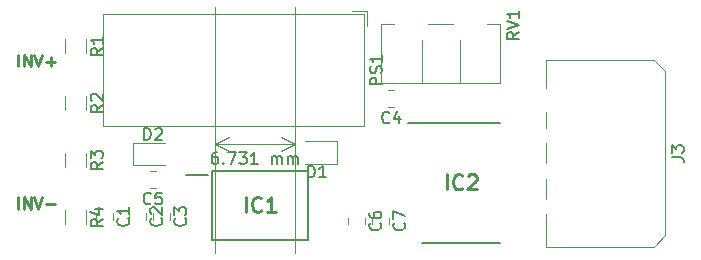
<source format=gbr>
G04 #@! TF.GenerationSoftware,KiCad,Pcbnew,(5.1.5)-3*
G04 #@! TF.CreationDate,2020-07-17T00:05:11-04:00*
G04 #@! TF.ProjectId,Power Transducer,506f7765-7220-4547-9261-6e7364756365,rev?*
G04 #@! TF.SameCoordinates,Original*
G04 #@! TF.FileFunction,Legend,Top*
G04 #@! TF.FilePolarity,Positive*
%FSLAX46Y46*%
G04 Gerber Fmt 4.6, Leading zero omitted, Abs format (unit mm)*
G04 Created by KiCad (PCBNEW (5.1.5)-3) date 2020-07-17 00:05:11*
%MOMM*%
%LPD*%
G04 APERTURE LIST*
%ADD10C,0.250000*%
%ADD11C,0.150000*%
%ADD12C,0.120000*%
%ADD13C,0.200000*%
%ADD14C,0.254000*%
G04 APERTURE END LIST*
D10*
X93424571Y-86685380D02*
X93424571Y-85685380D01*
X93900761Y-86685380D02*
X93900761Y-85685380D01*
X94472190Y-86685380D01*
X94472190Y-85685380D01*
X94805523Y-85685380D02*
X95138857Y-86685380D01*
X95472190Y-85685380D01*
X95805523Y-86304428D02*
X96567428Y-86304428D01*
X93424571Y-74620380D02*
X93424571Y-73620380D01*
X93900761Y-74620380D02*
X93900761Y-73620380D01*
X94472190Y-74620380D01*
X94472190Y-73620380D01*
X94805523Y-73620380D02*
X95138857Y-74620380D01*
X95472190Y-73620380D01*
X95805523Y-74239428D02*
X96567428Y-74239428D01*
X96186476Y-74620380D02*
X96186476Y-73858476D01*
D11*
X110284023Y-81875379D02*
X110093547Y-81875379D01*
X109998309Y-81922999D01*
X109950690Y-81970618D01*
X109855452Y-82113475D01*
X109807833Y-82303951D01*
X109807833Y-82684903D01*
X109855452Y-82780141D01*
X109903071Y-82827760D01*
X109998309Y-82875379D01*
X110188785Y-82875379D01*
X110284023Y-82827760D01*
X110331642Y-82780141D01*
X110379261Y-82684903D01*
X110379261Y-82446808D01*
X110331642Y-82351570D01*
X110284023Y-82303951D01*
X110188785Y-82256332D01*
X109998309Y-82256332D01*
X109903071Y-82303951D01*
X109855452Y-82351570D01*
X109807833Y-82446808D01*
X110807833Y-82780141D02*
X110855452Y-82827760D01*
X110807833Y-82875379D01*
X110760214Y-82827760D01*
X110807833Y-82780141D01*
X110807833Y-82875379D01*
X111188785Y-81875379D02*
X111855452Y-81875379D01*
X111426880Y-82875379D01*
X112141166Y-81875379D02*
X112760214Y-81875379D01*
X112426880Y-82256332D01*
X112569738Y-82256332D01*
X112664976Y-82303951D01*
X112712595Y-82351570D01*
X112760214Y-82446808D01*
X112760214Y-82684903D01*
X112712595Y-82780141D01*
X112664976Y-82827760D01*
X112569738Y-82875379D01*
X112284023Y-82875379D01*
X112188785Y-82827760D01*
X112141166Y-82780141D01*
X113712595Y-82875379D02*
X113141166Y-82875379D01*
X113426880Y-82875379D02*
X113426880Y-81875379D01*
X113331642Y-82018237D01*
X113236404Y-82113475D01*
X113141166Y-82161094D01*
X114903071Y-82875379D02*
X114903071Y-82208713D01*
X114903071Y-82303951D02*
X114950690Y-82256332D01*
X115045928Y-82208713D01*
X115188785Y-82208713D01*
X115284023Y-82256332D01*
X115331642Y-82351570D01*
X115331642Y-82875379D01*
X115331642Y-82351570D02*
X115379261Y-82256332D01*
X115474500Y-82208713D01*
X115617357Y-82208713D01*
X115712595Y-82256332D01*
X115760214Y-82351570D01*
X115760214Y-82875379D01*
X116236404Y-82875379D02*
X116236404Y-82208713D01*
X116236404Y-82303951D02*
X116284023Y-82256332D01*
X116379261Y-82208713D01*
X116522119Y-82208713D01*
X116617357Y-82256332D01*
X116664976Y-82351570D01*
X116664976Y-82875379D01*
X116664976Y-82351570D02*
X116712595Y-82256332D01*
X116807833Y-82208713D01*
X116950690Y-82208713D01*
X117045928Y-82256332D01*
X117093547Y-82351570D01*
X117093547Y-82875379D01*
D12*
X110109000Y-81152999D02*
X116840000Y-81152999D01*
X110109000Y-81026000D02*
X110109000Y-81739420D01*
X116840000Y-81026000D02*
X116840000Y-81739420D01*
X116840000Y-81152999D02*
X115713496Y-81739420D01*
X116840000Y-81152999D02*
X115713496Y-80566578D01*
X110109000Y-81152999D02*
X111235504Y-81739420D01*
X110109000Y-81152999D02*
X111235504Y-80566578D01*
X110109000Y-90424000D02*
X110109000Y-69596000D01*
X116840000Y-69596000D02*
X116840000Y-90424000D01*
X130819000Y-76040000D02*
X127579000Y-76040000D01*
X130273000Y-70999000D02*
X128124000Y-70999000D01*
X127579000Y-72357000D02*
X127579000Y-76040000D01*
X130819000Y-72357000D02*
X130819000Y-76040000D01*
X130273000Y-70999000D02*
X128124000Y-70999000D01*
X134220000Y-70999000D02*
X133125000Y-70999000D01*
X125274000Y-70999000D02*
X124179000Y-70999000D01*
X134220000Y-76040000D02*
X124179000Y-76040000D01*
X124179000Y-70999000D02*
X124179000Y-76040000D01*
X134220000Y-70999000D02*
X134220000Y-76040000D01*
X101421000Y-87068922D02*
X101421000Y-87586078D01*
X100001000Y-87068922D02*
X100001000Y-87586078D01*
X102795000Y-87068922D02*
X102795000Y-87586078D01*
X104215000Y-87068922D02*
X104215000Y-87586078D01*
X106247000Y-87068922D02*
X106247000Y-87586078D01*
X104827000Y-87068922D02*
X104827000Y-87586078D01*
X125275078Y-78053000D02*
X124757922Y-78053000D01*
X125275078Y-76633000D02*
X124757922Y-76633000D01*
X105082078Y-83491000D02*
X104564922Y-83491000D01*
X105082078Y-84911000D02*
X104564922Y-84911000D01*
X121337000Y-87449922D02*
X121337000Y-87967078D01*
X122757000Y-87449922D02*
X122757000Y-87967078D01*
X124789000Y-87449922D02*
X124789000Y-87967078D01*
X123369000Y-87449922D02*
X123369000Y-87967078D01*
X117696500Y-82875000D02*
X120381500Y-82875000D01*
X120381500Y-82875000D02*
X120381500Y-80955000D01*
X120381500Y-80955000D02*
X117696500Y-80955000D01*
X103138500Y-83002000D02*
X105823500Y-83002000D01*
X103138500Y-81082000D02*
X103138500Y-83002000D01*
X105823500Y-81082000D02*
X103138500Y-81082000D01*
D13*
X109869000Y-83435000D02*
X117969000Y-83435000D01*
X117969000Y-83435000D02*
X117969000Y-89285000D01*
X117969000Y-89285000D02*
X109869000Y-89285000D01*
X109869000Y-89285000D02*
X109869000Y-83435000D01*
X107669000Y-83780000D02*
X109519000Y-83780000D01*
X126402000Y-79375000D02*
X134237000Y-79375000D01*
X127637000Y-89535000D02*
X134237000Y-89535000D01*
D12*
X138102000Y-74035000D02*
X147222000Y-74035000D01*
X147222000Y-74035000D02*
X148222000Y-75035000D01*
X148222000Y-75035000D02*
X148222000Y-88905000D01*
X148222000Y-88905000D02*
X147222000Y-89905000D01*
X147222000Y-89905000D02*
X138102000Y-89905000D01*
X138102000Y-74035000D02*
X138102000Y-76460000D01*
X138102000Y-89905000D02*
X138102000Y-87121767D01*
X138102000Y-78480000D02*
X138102000Y-79818233D01*
X138102000Y-81121767D02*
X138102000Y-82818233D01*
X138102000Y-84121767D02*
X138102000Y-85818233D01*
X122668000Y-70217000D02*
X100598000Y-70217000D01*
X100598000Y-70217000D02*
X100598000Y-79637000D01*
X100598000Y-79637000D02*
X122668000Y-79637000D01*
X122668000Y-79637000D02*
X122668000Y-70217000D01*
X122968000Y-71167000D02*
X122968000Y-69917000D01*
X122968000Y-69917000D02*
X121718000Y-69917000D01*
X99208000Y-72292936D02*
X99208000Y-73497064D01*
X97388000Y-72292936D02*
X97388000Y-73497064D01*
X97388000Y-77118936D02*
X97388000Y-78323064D01*
X99208000Y-77118936D02*
X99208000Y-78323064D01*
X99208000Y-81944936D02*
X99208000Y-83149064D01*
X97388000Y-81944936D02*
X97388000Y-83149064D01*
X97388000Y-86770936D02*
X97388000Y-87975064D01*
X99208000Y-86770936D02*
X99208000Y-87975064D01*
D11*
X135801380Y-71715238D02*
X135325190Y-72048571D01*
X135801380Y-72286666D02*
X134801380Y-72286666D01*
X134801380Y-71905714D01*
X134849000Y-71810476D01*
X134896619Y-71762857D01*
X134991857Y-71715238D01*
X135134714Y-71715238D01*
X135229952Y-71762857D01*
X135277571Y-71810476D01*
X135325190Y-71905714D01*
X135325190Y-72286666D01*
X134801380Y-71429523D02*
X135801380Y-71096190D01*
X134801380Y-70762857D01*
X135801380Y-69905714D02*
X135801380Y-70477142D01*
X135801380Y-70191428D02*
X134801380Y-70191428D01*
X134944238Y-70286666D01*
X135039476Y-70381904D01*
X135087095Y-70477142D01*
X102718142Y-87494166D02*
X102765761Y-87541785D01*
X102813380Y-87684642D01*
X102813380Y-87779880D01*
X102765761Y-87922738D01*
X102670523Y-88017976D01*
X102575285Y-88065595D01*
X102384809Y-88113214D01*
X102241952Y-88113214D01*
X102051476Y-88065595D01*
X101956238Y-88017976D01*
X101861000Y-87922738D01*
X101813380Y-87779880D01*
X101813380Y-87684642D01*
X101861000Y-87541785D01*
X101908619Y-87494166D01*
X102813380Y-86541785D02*
X102813380Y-87113214D01*
X102813380Y-86827500D02*
X101813380Y-86827500D01*
X101956238Y-86922738D01*
X102051476Y-87017976D01*
X102099095Y-87113214D01*
X105512142Y-87494166D02*
X105559761Y-87541785D01*
X105607380Y-87684642D01*
X105607380Y-87779880D01*
X105559761Y-87922738D01*
X105464523Y-88017976D01*
X105369285Y-88065595D01*
X105178809Y-88113214D01*
X105035952Y-88113214D01*
X104845476Y-88065595D01*
X104750238Y-88017976D01*
X104655000Y-87922738D01*
X104607380Y-87779880D01*
X104607380Y-87684642D01*
X104655000Y-87541785D01*
X104702619Y-87494166D01*
X104702619Y-87113214D02*
X104655000Y-87065595D01*
X104607380Y-86970357D01*
X104607380Y-86732261D01*
X104655000Y-86637023D01*
X104702619Y-86589404D01*
X104797857Y-86541785D01*
X104893095Y-86541785D01*
X105035952Y-86589404D01*
X105607380Y-87160833D01*
X105607380Y-86541785D01*
X107544142Y-87494166D02*
X107591761Y-87541785D01*
X107639380Y-87684642D01*
X107639380Y-87779880D01*
X107591761Y-87922738D01*
X107496523Y-88017976D01*
X107401285Y-88065595D01*
X107210809Y-88113214D01*
X107067952Y-88113214D01*
X106877476Y-88065595D01*
X106782238Y-88017976D01*
X106687000Y-87922738D01*
X106639380Y-87779880D01*
X106639380Y-87684642D01*
X106687000Y-87541785D01*
X106734619Y-87494166D01*
X106639380Y-87160833D02*
X106639380Y-86541785D01*
X107020333Y-86875119D01*
X107020333Y-86732261D01*
X107067952Y-86637023D01*
X107115571Y-86589404D01*
X107210809Y-86541785D01*
X107448904Y-86541785D01*
X107544142Y-86589404D01*
X107591761Y-86637023D01*
X107639380Y-86732261D01*
X107639380Y-87017976D01*
X107591761Y-87113214D01*
X107544142Y-87160833D01*
X124849833Y-79350142D02*
X124802214Y-79397761D01*
X124659357Y-79445380D01*
X124564119Y-79445380D01*
X124421261Y-79397761D01*
X124326023Y-79302523D01*
X124278404Y-79207285D01*
X124230785Y-79016809D01*
X124230785Y-78873952D01*
X124278404Y-78683476D01*
X124326023Y-78588238D01*
X124421261Y-78493000D01*
X124564119Y-78445380D01*
X124659357Y-78445380D01*
X124802214Y-78493000D01*
X124849833Y-78540619D01*
X125706976Y-78778714D02*
X125706976Y-79445380D01*
X125468880Y-78397761D02*
X125230785Y-79112047D01*
X125849833Y-79112047D01*
X104656833Y-86208142D02*
X104609214Y-86255761D01*
X104466357Y-86303380D01*
X104371119Y-86303380D01*
X104228261Y-86255761D01*
X104133023Y-86160523D01*
X104085404Y-86065285D01*
X104037785Y-85874809D01*
X104037785Y-85731952D01*
X104085404Y-85541476D01*
X104133023Y-85446238D01*
X104228261Y-85351000D01*
X104371119Y-85303380D01*
X104466357Y-85303380D01*
X104609214Y-85351000D01*
X104656833Y-85398619D01*
X105561595Y-85303380D02*
X105085404Y-85303380D01*
X105037785Y-85779571D01*
X105085404Y-85731952D01*
X105180642Y-85684333D01*
X105418738Y-85684333D01*
X105513976Y-85731952D01*
X105561595Y-85779571D01*
X105609214Y-85874809D01*
X105609214Y-86112904D01*
X105561595Y-86208142D01*
X105513976Y-86255761D01*
X105418738Y-86303380D01*
X105180642Y-86303380D01*
X105085404Y-86255761D01*
X105037785Y-86208142D01*
X124054142Y-87875166D02*
X124101761Y-87922785D01*
X124149380Y-88065642D01*
X124149380Y-88160880D01*
X124101761Y-88303738D01*
X124006523Y-88398976D01*
X123911285Y-88446595D01*
X123720809Y-88494214D01*
X123577952Y-88494214D01*
X123387476Y-88446595D01*
X123292238Y-88398976D01*
X123197000Y-88303738D01*
X123149380Y-88160880D01*
X123149380Y-88065642D01*
X123197000Y-87922785D01*
X123244619Y-87875166D01*
X123149380Y-87018023D02*
X123149380Y-87208500D01*
X123197000Y-87303738D01*
X123244619Y-87351357D01*
X123387476Y-87446595D01*
X123577952Y-87494214D01*
X123958904Y-87494214D01*
X124054142Y-87446595D01*
X124101761Y-87398976D01*
X124149380Y-87303738D01*
X124149380Y-87113261D01*
X124101761Y-87018023D01*
X124054142Y-86970404D01*
X123958904Y-86922785D01*
X123720809Y-86922785D01*
X123625571Y-86970404D01*
X123577952Y-87018023D01*
X123530333Y-87113261D01*
X123530333Y-87303738D01*
X123577952Y-87398976D01*
X123625571Y-87446595D01*
X123720809Y-87494214D01*
X126086142Y-87875166D02*
X126133761Y-87922785D01*
X126181380Y-88065642D01*
X126181380Y-88160880D01*
X126133761Y-88303738D01*
X126038523Y-88398976D01*
X125943285Y-88446595D01*
X125752809Y-88494214D01*
X125609952Y-88494214D01*
X125419476Y-88446595D01*
X125324238Y-88398976D01*
X125229000Y-88303738D01*
X125181380Y-88160880D01*
X125181380Y-88065642D01*
X125229000Y-87922785D01*
X125276619Y-87875166D01*
X125181380Y-87541833D02*
X125181380Y-86875166D01*
X126181380Y-87303738D01*
X117958404Y-84017380D02*
X117958404Y-83017380D01*
X118196500Y-83017380D01*
X118339357Y-83065000D01*
X118434595Y-83160238D01*
X118482214Y-83255476D01*
X118529833Y-83445952D01*
X118529833Y-83588809D01*
X118482214Y-83779285D01*
X118434595Y-83874523D01*
X118339357Y-83969761D01*
X118196500Y-84017380D01*
X117958404Y-84017380D01*
X119482214Y-84017380D02*
X118910785Y-84017380D01*
X119196500Y-84017380D02*
X119196500Y-83017380D01*
X119101261Y-83160238D01*
X119006023Y-83255476D01*
X118910785Y-83303095D01*
X104085404Y-80844380D02*
X104085404Y-79844380D01*
X104323500Y-79844380D01*
X104466357Y-79892000D01*
X104561595Y-79987238D01*
X104609214Y-80082476D01*
X104656833Y-80272952D01*
X104656833Y-80415809D01*
X104609214Y-80606285D01*
X104561595Y-80701523D01*
X104466357Y-80796761D01*
X104323500Y-80844380D01*
X104085404Y-80844380D01*
X105037785Y-79939619D02*
X105085404Y-79892000D01*
X105180642Y-79844380D01*
X105418738Y-79844380D01*
X105513976Y-79892000D01*
X105561595Y-79939619D01*
X105609214Y-80034857D01*
X105609214Y-80130095D01*
X105561595Y-80272952D01*
X104990166Y-80844380D01*
X105609214Y-80844380D01*
D14*
X112679238Y-86934523D02*
X112679238Y-85664523D01*
X114009714Y-86813571D02*
X113949238Y-86874047D01*
X113767809Y-86934523D01*
X113646857Y-86934523D01*
X113465428Y-86874047D01*
X113344476Y-86753095D01*
X113284000Y-86632142D01*
X113223523Y-86390238D01*
X113223523Y-86208809D01*
X113284000Y-85966904D01*
X113344476Y-85845952D01*
X113465428Y-85725000D01*
X113646857Y-85664523D01*
X113767809Y-85664523D01*
X113949238Y-85725000D01*
X114009714Y-85785476D01*
X115219238Y-86934523D02*
X114493523Y-86934523D01*
X114856380Y-86934523D02*
X114856380Y-85664523D01*
X114735428Y-85845952D01*
X114614476Y-85966904D01*
X114493523Y-86027380D01*
X129697238Y-85029523D02*
X129697238Y-83759523D01*
X131027714Y-84908571D02*
X130967238Y-84969047D01*
X130785809Y-85029523D01*
X130664857Y-85029523D01*
X130483428Y-84969047D01*
X130362476Y-84848095D01*
X130302000Y-84727142D01*
X130241523Y-84485238D01*
X130241523Y-84303809D01*
X130302000Y-84061904D01*
X130362476Y-83940952D01*
X130483428Y-83820000D01*
X130664857Y-83759523D01*
X130785809Y-83759523D01*
X130967238Y-83820000D01*
X131027714Y-83880476D01*
X131511523Y-83880476D02*
X131572000Y-83820000D01*
X131692952Y-83759523D01*
X131995333Y-83759523D01*
X132116285Y-83820000D01*
X132176761Y-83880476D01*
X132237238Y-84001428D01*
X132237238Y-84122380D01*
X132176761Y-84303809D01*
X131451047Y-85029523D01*
X132237238Y-85029523D01*
D11*
X148764380Y-82303333D02*
X149478666Y-82303333D01*
X149621523Y-82350952D01*
X149716761Y-82446190D01*
X149764380Y-82589047D01*
X149764380Y-82684285D01*
X148764380Y-81922380D02*
X148764380Y-81303333D01*
X149145333Y-81636666D01*
X149145333Y-81493809D01*
X149192952Y-81398571D01*
X149240571Y-81350952D01*
X149335809Y-81303333D01*
X149573904Y-81303333D01*
X149669142Y-81350952D01*
X149716761Y-81398571D01*
X149764380Y-81493809D01*
X149764380Y-81779523D01*
X149716761Y-81874761D01*
X149669142Y-81922380D01*
X124215380Y-76141285D02*
X123215380Y-76141285D01*
X123215380Y-75760333D01*
X123263000Y-75665095D01*
X123310619Y-75617476D01*
X123405857Y-75569857D01*
X123548714Y-75569857D01*
X123643952Y-75617476D01*
X123691571Y-75665095D01*
X123739190Y-75760333D01*
X123739190Y-76141285D01*
X124167761Y-75188904D02*
X124215380Y-75046047D01*
X124215380Y-74807952D01*
X124167761Y-74712714D01*
X124120142Y-74665095D01*
X124024904Y-74617476D01*
X123929666Y-74617476D01*
X123834428Y-74665095D01*
X123786809Y-74712714D01*
X123739190Y-74807952D01*
X123691571Y-74998428D01*
X123643952Y-75093666D01*
X123596333Y-75141285D01*
X123501095Y-75188904D01*
X123405857Y-75188904D01*
X123310619Y-75141285D01*
X123263000Y-75093666D01*
X123215380Y-74998428D01*
X123215380Y-74760333D01*
X123263000Y-74617476D01*
X124215380Y-73665095D02*
X124215380Y-74236523D01*
X124215380Y-73950809D02*
X123215380Y-73950809D01*
X123358238Y-74046047D01*
X123453476Y-74141285D01*
X123501095Y-74236523D01*
X100570380Y-73061666D02*
X100094190Y-73395000D01*
X100570380Y-73633095D02*
X99570380Y-73633095D01*
X99570380Y-73252142D01*
X99618000Y-73156904D01*
X99665619Y-73109285D01*
X99760857Y-73061666D01*
X99903714Y-73061666D01*
X99998952Y-73109285D01*
X100046571Y-73156904D01*
X100094190Y-73252142D01*
X100094190Y-73633095D01*
X100570380Y-72109285D02*
X100570380Y-72680714D01*
X100570380Y-72395000D02*
X99570380Y-72395000D01*
X99713238Y-72490238D01*
X99808476Y-72585476D01*
X99856095Y-72680714D01*
X100570380Y-77887666D02*
X100094190Y-78221000D01*
X100570380Y-78459095D02*
X99570380Y-78459095D01*
X99570380Y-78078142D01*
X99618000Y-77982904D01*
X99665619Y-77935285D01*
X99760857Y-77887666D01*
X99903714Y-77887666D01*
X99998952Y-77935285D01*
X100046571Y-77982904D01*
X100094190Y-78078142D01*
X100094190Y-78459095D01*
X99665619Y-77506714D02*
X99618000Y-77459095D01*
X99570380Y-77363857D01*
X99570380Y-77125761D01*
X99618000Y-77030523D01*
X99665619Y-76982904D01*
X99760857Y-76935285D01*
X99856095Y-76935285D01*
X99998952Y-76982904D01*
X100570380Y-77554333D01*
X100570380Y-76935285D01*
X100570380Y-82713666D02*
X100094190Y-83047000D01*
X100570380Y-83285095D02*
X99570380Y-83285095D01*
X99570380Y-82904142D01*
X99618000Y-82808904D01*
X99665619Y-82761285D01*
X99760857Y-82713666D01*
X99903714Y-82713666D01*
X99998952Y-82761285D01*
X100046571Y-82808904D01*
X100094190Y-82904142D01*
X100094190Y-83285095D01*
X99570380Y-82380333D02*
X99570380Y-81761285D01*
X99951333Y-82094619D01*
X99951333Y-81951761D01*
X99998952Y-81856523D01*
X100046571Y-81808904D01*
X100141809Y-81761285D01*
X100379904Y-81761285D01*
X100475142Y-81808904D01*
X100522761Y-81856523D01*
X100570380Y-81951761D01*
X100570380Y-82237476D01*
X100522761Y-82332714D01*
X100475142Y-82380333D01*
X100570380Y-87539666D02*
X100094190Y-87873000D01*
X100570380Y-88111095D02*
X99570380Y-88111095D01*
X99570380Y-87730142D01*
X99618000Y-87634904D01*
X99665619Y-87587285D01*
X99760857Y-87539666D01*
X99903714Y-87539666D01*
X99998952Y-87587285D01*
X100046571Y-87634904D01*
X100094190Y-87730142D01*
X100094190Y-88111095D01*
X99903714Y-86682523D02*
X100570380Y-86682523D01*
X99522761Y-86920619D02*
X100237047Y-87158714D01*
X100237047Y-86539666D01*
M02*

</source>
